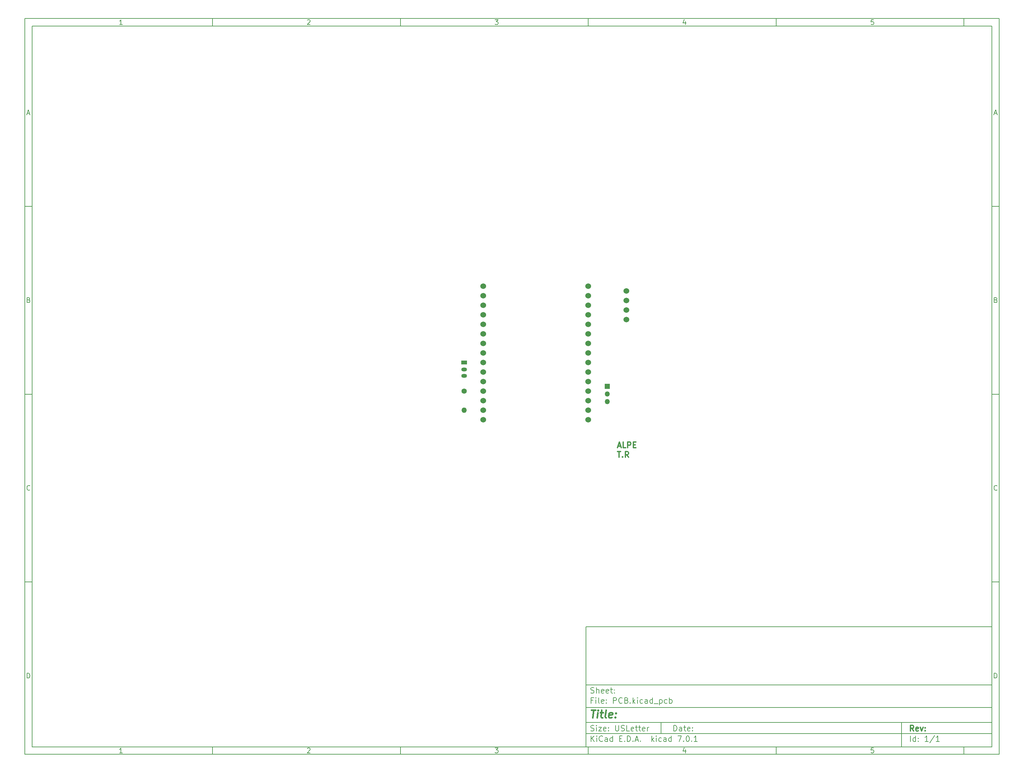
<source format=gbr>
%TF.GenerationSoftware,KiCad,Pcbnew,7.0.1*%
%TF.CreationDate,2023-11-13T23:43:34-05:00*%
%TF.ProjectId,PCB,5043422e-6b69-4636-9164-5f7063625858,rev?*%
%TF.SameCoordinates,Original*%
%TF.FileFunction,Copper,L1,Top*%
%TF.FilePolarity,Positive*%
%FSLAX46Y46*%
G04 Gerber Fmt 4.6, Leading zero omitted, Abs format (unit mm)*
G04 Created by KiCad (PCBNEW 7.0.1) date 2023-11-13 23:43:34*
%MOMM*%
%LPD*%
G01*
G04 APERTURE LIST*
%ADD10C,0.100000*%
%ADD11C,0.150000*%
%ADD12C,0.300000*%
%ADD13C,0.400000*%
%TA.AperFunction,NonConductor*%
%ADD14C,0.300000*%
%TD*%
%TA.AperFunction,ComponentPad*%
%ADD15R,1.350000X1.350000*%
%TD*%
%TA.AperFunction,ComponentPad*%
%ADD16O,1.350000X1.350000*%
%TD*%
%TA.AperFunction,ComponentPad*%
%ADD17C,1.530000*%
%TD*%
%TA.AperFunction,ComponentPad*%
%ADD18C,1.524000*%
%TD*%
%TA.AperFunction,ComponentPad*%
%ADD19C,1.400000*%
%TD*%
%TA.AperFunction,ComponentPad*%
%ADD20O,1.400000X1.400000*%
%TD*%
%TA.AperFunction,ComponentPad*%
%ADD21R,1.500000X1.050000*%
%TD*%
%TA.AperFunction,ComponentPad*%
%ADD22O,1.500000X1.050000*%
%TD*%
G04 APERTURE END LIST*
D10*
D11*
X159400000Y-171900000D02*
X267400000Y-171900000D01*
X267400000Y-203900000D01*
X159400000Y-203900000D01*
X159400000Y-171900000D01*
D10*
D11*
X10000000Y-10000000D02*
X269400000Y-10000000D01*
X269400000Y-205900000D01*
X10000000Y-205900000D01*
X10000000Y-10000000D01*
D10*
D11*
X12000000Y-12000000D02*
X267400000Y-12000000D01*
X267400000Y-203900000D01*
X12000000Y-203900000D01*
X12000000Y-12000000D01*
D10*
D11*
X60000000Y-12000000D02*
X60000000Y-10000000D01*
D10*
D11*
X110000000Y-12000000D02*
X110000000Y-10000000D01*
D10*
D11*
X160000000Y-12000000D02*
X160000000Y-10000000D01*
D10*
D11*
X210000000Y-12000000D02*
X210000000Y-10000000D01*
D10*
D11*
X260000000Y-12000000D02*
X260000000Y-10000000D01*
D10*
D11*
X35990476Y-11601404D02*
X35247619Y-11601404D01*
X35619047Y-11601404D02*
X35619047Y-10301404D01*
X35619047Y-10301404D02*
X35495238Y-10487119D01*
X35495238Y-10487119D02*
X35371428Y-10610928D01*
X35371428Y-10610928D02*
X35247619Y-10672833D01*
D10*
D11*
X85247619Y-10425214D02*
X85309523Y-10363309D01*
X85309523Y-10363309D02*
X85433333Y-10301404D01*
X85433333Y-10301404D02*
X85742857Y-10301404D01*
X85742857Y-10301404D02*
X85866666Y-10363309D01*
X85866666Y-10363309D02*
X85928571Y-10425214D01*
X85928571Y-10425214D02*
X85990476Y-10549023D01*
X85990476Y-10549023D02*
X85990476Y-10672833D01*
X85990476Y-10672833D02*
X85928571Y-10858547D01*
X85928571Y-10858547D02*
X85185714Y-11601404D01*
X85185714Y-11601404D02*
X85990476Y-11601404D01*
D10*
D11*
X135185714Y-10301404D02*
X135990476Y-10301404D01*
X135990476Y-10301404D02*
X135557142Y-10796642D01*
X135557142Y-10796642D02*
X135742857Y-10796642D01*
X135742857Y-10796642D02*
X135866666Y-10858547D01*
X135866666Y-10858547D02*
X135928571Y-10920452D01*
X135928571Y-10920452D02*
X135990476Y-11044261D01*
X135990476Y-11044261D02*
X135990476Y-11353785D01*
X135990476Y-11353785D02*
X135928571Y-11477595D01*
X135928571Y-11477595D02*
X135866666Y-11539500D01*
X135866666Y-11539500D02*
X135742857Y-11601404D01*
X135742857Y-11601404D02*
X135371428Y-11601404D01*
X135371428Y-11601404D02*
X135247619Y-11539500D01*
X135247619Y-11539500D02*
X135185714Y-11477595D01*
D10*
D11*
X185866666Y-10734738D02*
X185866666Y-11601404D01*
X185557142Y-10239500D02*
X185247619Y-11168071D01*
X185247619Y-11168071D02*
X186052380Y-11168071D01*
D10*
D11*
X235928571Y-10301404D02*
X235309523Y-10301404D01*
X235309523Y-10301404D02*
X235247619Y-10920452D01*
X235247619Y-10920452D02*
X235309523Y-10858547D01*
X235309523Y-10858547D02*
X235433333Y-10796642D01*
X235433333Y-10796642D02*
X235742857Y-10796642D01*
X235742857Y-10796642D02*
X235866666Y-10858547D01*
X235866666Y-10858547D02*
X235928571Y-10920452D01*
X235928571Y-10920452D02*
X235990476Y-11044261D01*
X235990476Y-11044261D02*
X235990476Y-11353785D01*
X235990476Y-11353785D02*
X235928571Y-11477595D01*
X235928571Y-11477595D02*
X235866666Y-11539500D01*
X235866666Y-11539500D02*
X235742857Y-11601404D01*
X235742857Y-11601404D02*
X235433333Y-11601404D01*
X235433333Y-11601404D02*
X235309523Y-11539500D01*
X235309523Y-11539500D02*
X235247619Y-11477595D01*
D10*
D11*
X60000000Y-203900000D02*
X60000000Y-205900000D01*
D10*
D11*
X110000000Y-203900000D02*
X110000000Y-205900000D01*
D10*
D11*
X160000000Y-203900000D02*
X160000000Y-205900000D01*
D10*
D11*
X210000000Y-203900000D02*
X210000000Y-205900000D01*
D10*
D11*
X260000000Y-203900000D02*
X260000000Y-205900000D01*
D10*
D11*
X35990476Y-205501404D02*
X35247619Y-205501404D01*
X35619047Y-205501404D02*
X35619047Y-204201404D01*
X35619047Y-204201404D02*
X35495238Y-204387119D01*
X35495238Y-204387119D02*
X35371428Y-204510928D01*
X35371428Y-204510928D02*
X35247619Y-204572833D01*
D10*
D11*
X85247619Y-204325214D02*
X85309523Y-204263309D01*
X85309523Y-204263309D02*
X85433333Y-204201404D01*
X85433333Y-204201404D02*
X85742857Y-204201404D01*
X85742857Y-204201404D02*
X85866666Y-204263309D01*
X85866666Y-204263309D02*
X85928571Y-204325214D01*
X85928571Y-204325214D02*
X85990476Y-204449023D01*
X85990476Y-204449023D02*
X85990476Y-204572833D01*
X85990476Y-204572833D02*
X85928571Y-204758547D01*
X85928571Y-204758547D02*
X85185714Y-205501404D01*
X85185714Y-205501404D02*
X85990476Y-205501404D01*
D10*
D11*
X135185714Y-204201404D02*
X135990476Y-204201404D01*
X135990476Y-204201404D02*
X135557142Y-204696642D01*
X135557142Y-204696642D02*
X135742857Y-204696642D01*
X135742857Y-204696642D02*
X135866666Y-204758547D01*
X135866666Y-204758547D02*
X135928571Y-204820452D01*
X135928571Y-204820452D02*
X135990476Y-204944261D01*
X135990476Y-204944261D02*
X135990476Y-205253785D01*
X135990476Y-205253785D02*
X135928571Y-205377595D01*
X135928571Y-205377595D02*
X135866666Y-205439500D01*
X135866666Y-205439500D02*
X135742857Y-205501404D01*
X135742857Y-205501404D02*
X135371428Y-205501404D01*
X135371428Y-205501404D02*
X135247619Y-205439500D01*
X135247619Y-205439500D02*
X135185714Y-205377595D01*
D10*
D11*
X185866666Y-204634738D02*
X185866666Y-205501404D01*
X185557142Y-204139500D02*
X185247619Y-205068071D01*
X185247619Y-205068071D02*
X186052380Y-205068071D01*
D10*
D11*
X235928571Y-204201404D02*
X235309523Y-204201404D01*
X235309523Y-204201404D02*
X235247619Y-204820452D01*
X235247619Y-204820452D02*
X235309523Y-204758547D01*
X235309523Y-204758547D02*
X235433333Y-204696642D01*
X235433333Y-204696642D02*
X235742857Y-204696642D01*
X235742857Y-204696642D02*
X235866666Y-204758547D01*
X235866666Y-204758547D02*
X235928571Y-204820452D01*
X235928571Y-204820452D02*
X235990476Y-204944261D01*
X235990476Y-204944261D02*
X235990476Y-205253785D01*
X235990476Y-205253785D02*
X235928571Y-205377595D01*
X235928571Y-205377595D02*
X235866666Y-205439500D01*
X235866666Y-205439500D02*
X235742857Y-205501404D01*
X235742857Y-205501404D02*
X235433333Y-205501404D01*
X235433333Y-205501404D02*
X235309523Y-205439500D01*
X235309523Y-205439500D02*
X235247619Y-205377595D01*
D10*
D11*
X10000000Y-60000000D02*
X12000000Y-60000000D01*
D10*
D11*
X10000000Y-110000000D02*
X12000000Y-110000000D01*
D10*
D11*
X10000000Y-160000000D02*
X12000000Y-160000000D01*
D10*
D11*
X10690476Y-35229976D02*
X11309523Y-35229976D01*
X10566666Y-35601404D02*
X10999999Y-34301404D01*
X10999999Y-34301404D02*
X11433333Y-35601404D01*
D10*
D11*
X11092857Y-84920452D02*
X11278571Y-84982357D01*
X11278571Y-84982357D02*
X11340476Y-85044261D01*
X11340476Y-85044261D02*
X11402380Y-85168071D01*
X11402380Y-85168071D02*
X11402380Y-85353785D01*
X11402380Y-85353785D02*
X11340476Y-85477595D01*
X11340476Y-85477595D02*
X11278571Y-85539500D01*
X11278571Y-85539500D02*
X11154761Y-85601404D01*
X11154761Y-85601404D02*
X10659523Y-85601404D01*
X10659523Y-85601404D02*
X10659523Y-84301404D01*
X10659523Y-84301404D02*
X11092857Y-84301404D01*
X11092857Y-84301404D02*
X11216666Y-84363309D01*
X11216666Y-84363309D02*
X11278571Y-84425214D01*
X11278571Y-84425214D02*
X11340476Y-84549023D01*
X11340476Y-84549023D02*
X11340476Y-84672833D01*
X11340476Y-84672833D02*
X11278571Y-84796642D01*
X11278571Y-84796642D02*
X11216666Y-84858547D01*
X11216666Y-84858547D02*
X11092857Y-84920452D01*
X11092857Y-84920452D02*
X10659523Y-84920452D01*
D10*
D11*
X11402380Y-135477595D02*
X11340476Y-135539500D01*
X11340476Y-135539500D02*
X11154761Y-135601404D01*
X11154761Y-135601404D02*
X11030952Y-135601404D01*
X11030952Y-135601404D02*
X10845238Y-135539500D01*
X10845238Y-135539500D02*
X10721428Y-135415690D01*
X10721428Y-135415690D02*
X10659523Y-135291880D01*
X10659523Y-135291880D02*
X10597619Y-135044261D01*
X10597619Y-135044261D02*
X10597619Y-134858547D01*
X10597619Y-134858547D02*
X10659523Y-134610928D01*
X10659523Y-134610928D02*
X10721428Y-134487119D01*
X10721428Y-134487119D02*
X10845238Y-134363309D01*
X10845238Y-134363309D02*
X11030952Y-134301404D01*
X11030952Y-134301404D02*
X11154761Y-134301404D01*
X11154761Y-134301404D02*
X11340476Y-134363309D01*
X11340476Y-134363309D02*
X11402380Y-134425214D01*
D10*
D11*
X10659523Y-185601404D02*
X10659523Y-184301404D01*
X10659523Y-184301404D02*
X10969047Y-184301404D01*
X10969047Y-184301404D02*
X11154761Y-184363309D01*
X11154761Y-184363309D02*
X11278571Y-184487119D01*
X11278571Y-184487119D02*
X11340476Y-184610928D01*
X11340476Y-184610928D02*
X11402380Y-184858547D01*
X11402380Y-184858547D02*
X11402380Y-185044261D01*
X11402380Y-185044261D02*
X11340476Y-185291880D01*
X11340476Y-185291880D02*
X11278571Y-185415690D01*
X11278571Y-185415690D02*
X11154761Y-185539500D01*
X11154761Y-185539500D02*
X10969047Y-185601404D01*
X10969047Y-185601404D02*
X10659523Y-185601404D01*
D10*
D11*
X269400000Y-60000000D02*
X267400000Y-60000000D01*
D10*
D11*
X269400000Y-110000000D02*
X267400000Y-110000000D01*
D10*
D11*
X269400000Y-160000000D02*
X267400000Y-160000000D01*
D10*
D11*
X268090476Y-35229976D02*
X268709523Y-35229976D01*
X267966666Y-35601404D02*
X268399999Y-34301404D01*
X268399999Y-34301404D02*
X268833333Y-35601404D01*
D10*
D11*
X268492857Y-84920452D02*
X268678571Y-84982357D01*
X268678571Y-84982357D02*
X268740476Y-85044261D01*
X268740476Y-85044261D02*
X268802380Y-85168071D01*
X268802380Y-85168071D02*
X268802380Y-85353785D01*
X268802380Y-85353785D02*
X268740476Y-85477595D01*
X268740476Y-85477595D02*
X268678571Y-85539500D01*
X268678571Y-85539500D02*
X268554761Y-85601404D01*
X268554761Y-85601404D02*
X268059523Y-85601404D01*
X268059523Y-85601404D02*
X268059523Y-84301404D01*
X268059523Y-84301404D02*
X268492857Y-84301404D01*
X268492857Y-84301404D02*
X268616666Y-84363309D01*
X268616666Y-84363309D02*
X268678571Y-84425214D01*
X268678571Y-84425214D02*
X268740476Y-84549023D01*
X268740476Y-84549023D02*
X268740476Y-84672833D01*
X268740476Y-84672833D02*
X268678571Y-84796642D01*
X268678571Y-84796642D02*
X268616666Y-84858547D01*
X268616666Y-84858547D02*
X268492857Y-84920452D01*
X268492857Y-84920452D02*
X268059523Y-84920452D01*
D10*
D11*
X268802380Y-135477595D02*
X268740476Y-135539500D01*
X268740476Y-135539500D02*
X268554761Y-135601404D01*
X268554761Y-135601404D02*
X268430952Y-135601404D01*
X268430952Y-135601404D02*
X268245238Y-135539500D01*
X268245238Y-135539500D02*
X268121428Y-135415690D01*
X268121428Y-135415690D02*
X268059523Y-135291880D01*
X268059523Y-135291880D02*
X267997619Y-135044261D01*
X267997619Y-135044261D02*
X267997619Y-134858547D01*
X267997619Y-134858547D02*
X268059523Y-134610928D01*
X268059523Y-134610928D02*
X268121428Y-134487119D01*
X268121428Y-134487119D02*
X268245238Y-134363309D01*
X268245238Y-134363309D02*
X268430952Y-134301404D01*
X268430952Y-134301404D02*
X268554761Y-134301404D01*
X268554761Y-134301404D02*
X268740476Y-134363309D01*
X268740476Y-134363309D02*
X268802380Y-134425214D01*
D10*
D11*
X268059523Y-185601404D02*
X268059523Y-184301404D01*
X268059523Y-184301404D02*
X268369047Y-184301404D01*
X268369047Y-184301404D02*
X268554761Y-184363309D01*
X268554761Y-184363309D02*
X268678571Y-184487119D01*
X268678571Y-184487119D02*
X268740476Y-184610928D01*
X268740476Y-184610928D02*
X268802380Y-184858547D01*
X268802380Y-184858547D02*
X268802380Y-185044261D01*
X268802380Y-185044261D02*
X268740476Y-185291880D01*
X268740476Y-185291880D02*
X268678571Y-185415690D01*
X268678571Y-185415690D02*
X268554761Y-185539500D01*
X268554761Y-185539500D02*
X268369047Y-185601404D01*
X268369047Y-185601404D02*
X268059523Y-185601404D01*
D10*
D11*
X182757142Y-199693928D02*
X182757142Y-198193928D01*
X182757142Y-198193928D02*
X183114285Y-198193928D01*
X183114285Y-198193928D02*
X183328571Y-198265357D01*
X183328571Y-198265357D02*
X183471428Y-198408214D01*
X183471428Y-198408214D02*
X183542857Y-198551071D01*
X183542857Y-198551071D02*
X183614285Y-198836785D01*
X183614285Y-198836785D02*
X183614285Y-199051071D01*
X183614285Y-199051071D02*
X183542857Y-199336785D01*
X183542857Y-199336785D02*
X183471428Y-199479642D01*
X183471428Y-199479642D02*
X183328571Y-199622500D01*
X183328571Y-199622500D02*
X183114285Y-199693928D01*
X183114285Y-199693928D02*
X182757142Y-199693928D01*
X184900000Y-199693928D02*
X184900000Y-198908214D01*
X184900000Y-198908214D02*
X184828571Y-198765357D01*
X184828571Y-198765357D02*
X184685714Y-198693928D01*
X184685714Y-198693928D02*
X184400000Y-198693928D01*
X184400000Y-198693928D02*
X184257142Y-198765357D01*
X184900000Y-199622500D02*
X184757142Y-199693928D01*
X184757142Y-199693928D02*
X184400000Y-199693928D01*
X184400000Y-199693928D02*
X184257142Y-199622500D01*
X184257142Y-199622500D02*
X184185714Y-199479642D01*
X184185714Y-199479642D02*
X184185714Y-199336785D01*
X184185714Y-199336785D02*
X184257142Y-199193928D01*
X184257142Y-199193928D02*
X184400000Y-199122500D01*
X184400000Y-199122500D02*
X184757142Y-199122500D01*
X184757142Y-199122500D02*
X184900000Y-199051071D01*
X185400000Y-198693928D02*
X185971428Y-198693928D01*
X185614285Y-198193928D02*
X185614285Y-199479642D01*
X185614285Y-199479642D02*
X185685714Y-199622500D01*
X185685714Y-199622500D02*
X185828571Y-199693928D01*
X185828571Y-199693928D02*
X185971428Y-199693928D01*
X187042857Y-199622500D02*
X186900000Y-199693928D01*
X186900000Y-199693928D02*
X186614286Y-199693928D01*
X186614286Y-199693928D02*
X186471428Y-199622500D01*
X186471428Y-199622500D02*
X186400000Y-199479642D01*
X186400000Y-199479642D02*
X186400000Y-198908214D01*
X186400000Y-198908214D02*
X186471428Y-198765357D01*
X186471428Y-198765357D02*
X186614286Y-198693928D01*
X186614286Y-198693928D02*
X186900000Y-198693928D01*
X186900000Y-198693928D02*
X187042857Y-198765357D01*
X187042857Y-198765357D02*
X187114286Y-198908214D01*
X187114286Y-198908214D02*
X187114286Y-199051071D01*
X187114286Y-199051071D02*
X186400000Y-199193928D01*
X187757142Y-199551071D02*
X187828571Y-199622500D01*
X187828571Y-199622500D02*
X187757142Y-199693928D01*
X187757142Y-199693928D02*
X187685714Y-199622500D01*
X187685714Y-199622500D02*
X187757142Y-199551071D01*
X187757142Y-199551071D02*
X187757142Y-199693928D01*
X187757142Y-198765357D02*
X187828571Y-198836785D01*
X187828571Y-198836785D02*
X187757142Y-198908214D01*
X187757142Y-198908214D02*
X187685714Y-198836785D01*
X187685714Y-198836785D02*
X187757142Y-198765357D01*
X187757142Y-198765357D02*
X187757142Y-198908214D01*
D10*
D11*
X159400000Y-200400000D02*
X267400000Y-200400000D01*
D10*
D11*
X160757142Y-202493928D02*
X160757142Y-200993928D01*
X161614285Y-202493928D02*
X160971428Y-201636785D01*
X161614285Y-200993928D02*
X160757142Y-201851071D01*
X162257142Y-202493928D02*
X162257142Y-201493928D01*
X162257142Y-200993928D02*
X162185714Y-201065357D01*
X162185714Y-201065357D02*
X162257142Y-201136785D01*
X162257142Y-201136785D02*
X162328571Y-201065357D01*
X162328571Y-201065357D02*
X162257142Y-200993928D01*
X162257142Y-200993928D02*
X162257142Y-201136785D01*
X163828571Y-202351071D02*
X163757143Y-202422500D01*
X163757143Y-202422500D02*
X163542857Y-202493928D01*
X163542857Y-202493928D02*
X163400000Y-202493928D01*
X163400000Y-202493928D02*
X163185714Y-202422500D01*
X163185714Y-202422500D02*
X163042857Y-202279642D01*
X163042857Y-202279642D02*
X162971428Y-202136785D01*
X162971428Y-202136785D02*
X162900000Y-201851071D01*
X162900000Y-201851071D02*
X162900000Y-201636785D01*
X162900000Y-201636785D02*
X162971428Y-201351071D01*
X162971428Y-201351071D02*
X163042857Y-201208214D01*
X163042857Y-201208214D02*
X163185714Y-201065357D01*
X163185714Y-201065357D02*
X163400000Y-200993928D01*
X163400000Y-200993928D02*
X163542857Y-200993928D01*
X163542857Y-200993928D02*
X163757143Y-201065357D01*
X163757143Y-201065357D02*
X163828571Y-201136785D01*
X165114286Y-202493928D02*
X165114286Y-201708214D01*
X165114286Y-201708214D02*
X165042857Y-201565357D01*
X165042857Y-201565357D02*
X164900000Y-201493928D01*
X164900000Y-201493928D02*
X164614286Y-201493928D01*
X164614286Y-201493928D02*
X164471428Y-201565357D01*
X165114286Y-202422500D02*
X164971428Y-202493928D01*
X164971428Y-202493928D02*
X164614286Y-202493928D01*
X164614286Y-202493928D02*
X164471428Y-202422500D01*
X164471428Y-202422500D02*
X164400000Y-202279642D01*
X164400000Y-202279642D02*
X164400000Y-202136785D01*
X164400000Y-202136785D02*
X164471428Y-201993928D01*
X164471428Y-201993928D02*
X164614286Y-201922500D01*
X164614286Y-201922500D02*
X164971428Y-201922500D01*
X164971428Y-201922500D02*
X165114286Y-201851071D01*
X166471429Y-202493928D02*
X166471429Y-200993928D01*
X166471429Y-202422500D02*
X166328571Y-202493928D01*
X166328571Y-202493928D02*
X166042857Y-202493928D01*
X166042857Y-202493928D02*
X165900000Y-202422500D01*
X165900000Y-202422500D02*
X165828571Y-202351071D01*
X165828571Y-202351071D02*
X165757143Y-202208214D01*
X165757143Y-202208214D02*
X165757143Y-201779642D01*
X165757143Y-201779642D02*
X165828571Y-201636785D01*
X165828571Y-201636785D02*
X165900000Y-201565357D01*
X165900000Y-201565357D02*
X166042857Y-201493928D01*
X166042857Y-201493928D02*
X166328571Y-201493928D01*
X166328571Y-201493928D02*
X166471429Y-201565357D01*
X168328571Y-201708214D02*
X168828571Y-201708214D01*
X169042857Y-202493928D02*
X168328571Y-202493928D01*
X168328571Y-202493928D02*
X168328571Y-200993928D01*
X168328571Y-200993928D02*
X169042857Y-200993928D01*
X169685714Y-202351071D02*
X169757143Y-202422500D01*
X169757143Y-202422500D02*
X169685714Y-202493928D01*
X169685714Y-202493928D02*
X169614286Y-202422500D01*
X169614286Y-202422500D02*
X169685714Y-202351071D01*
X169685714Y-202351071D02*
X169685714Y-202493928D01*
X170400000Y-202493928D02*
X170400000Y-200993928D01*
X170400000Y-200993928D02*
X170757143Y-200993928D01*
X170757143Y-200993928D02*
X170971429Y-201065357D01*
X170971429Y-201065357D02*
X171114286Y-201208214D01*
X171114286Y-201208214D02*
X171185715Y-201351071D01*
X171185715Y-201351071D02*
X171257143Y-201636785D01*
X171257143Y-201636785D02*
X171257143Y-201851071D01*
X171257143Y-201851071D02*
X171185715Y-202136785D01*
X171185715Y-202136785D02*
X171114286Y-202279642D01*
X171114286Y-202279642D02*
X170971429Y-202422500D01*
X170971429Y-202422500D02*
X170757143Y-202493928D01*
X170757143Y-202493928D02*
X170400000Y-202493928D01*
X171900000Y-202351071D02*
X171971429Y-202422500D01*
X171971429Y-202422500D02*
X171900000Y-202493928D01*
X171900000Y-202493928D02*
X171828572Y-202422500D01*
X171828572Y-202422500D02*
X171900000Y-202351071D01*
X171900000Y-202351071D02*
X171900000Y-202493928D01*
X172542858Y-202065357D02*
X173257144Y-202065357D01*
X172400001Y-202493928D02*
X172900001Y-200993928D01*
X172900001Y-200993928D02*
X173400001Y-202493928D01*
X173900000Y-202351071D02*
X173971429Y-202422500D01*
X173971429Y-202422500D02*
X173900000Y-202493928D01*
X173900000Y-202493928D02*
X173828572Y-202422500D01*
X173828572Y-202422500D02*
X173900000Y-202351071D01*
X173900000Y-202351071D02*
X173900000Y-202493928D01*
X176900000Y-202493928D02*
X176900000Y-200993928D01*
X177042858Y-201922500D02*
X177471429Y-202493928D01*
X177471429Y-201493928D02*
X176900000Y-202065357D01*
X178114286Y-202493928D02*
X178114286Y-201493928D01*
X178114286Y-200993928D02*
X178042858Y-201065357D01*
X178042858Y-201065357D02*
X178114286Y-201136785D01*
X178114286Y-201136785D02*
X178185715Y-201065357D01*
X178185715Y-201065357D02*
X178114286Y-200993928D01*
X178114286Y-200993928D02*
X178114286Y-201136785D01*
X179471430Y-202422500D02*
X179328572Y-202493928D01*
X179328572Y-202493928D02*
X179042858Y-202493928D01*
X179042858Y-202493928D02*
X178900001Y-202422500D01*
X178900001Y-202422500D02*
X178828572Y-202351071D01*
X178828572Y-202351071D02*
X178757144Y-202208214D01*
X178757144Y-202208214D02*
X178757144Y-201779642D01*
X178757144Y-201779642D02*
X178828572Y-201636785D01*
X178828572Y-201636785D02*
X178900001Y-201565357D01*
X178900001Y-201565357D02*
X179042858Y-201493928D01*
X179042858Y-201493928D02*
X179328572Y-201493928D01*
X179328572Y-201493928D02*
X179471430Y-201565357D01*
X180757144Y-202493928D02*
X180757144Y-201708214D01*
X180757144Y-201708214D02*
X180685715Y-201565357D01*
X180685715Y-201565357D02*
X180542858Y-201493928D01*
X180542858Y-201493928D02*
X180257144Y-201493928D01*
X180257144Y-201493928D02*
X180114286Y-201565357D01*
X180757144Y-202422500D02*
X180614286Y-202493928D01*
X180614286Y-202493928D02*
X180257144Y-202493928D01*
X180257144Y-202493928D02*
X180114286Y-202422500D01*
X180114286Y-202422500D02*
X180042858Y-202279642D01*
X180042858Y-202279642D02*
X180042858Y-202136785D01*
X180042858Y-202136785D02*
X180114286Y-201993928D01*
X180114286Y-201993928D02*
X180257144Y-201922500D01*
X180257144Y-201922500D02*
X180614286Y-201922500D01*
X180614286Y-201922500D02*
X180757144Y-201851071D01*
X182114287Y-202493928D02*
X182114287Y-200993928D01*
X182114287Y-202422500D02*
X181971429Y-202493928D01*
X181971429Y-202493928D02*
X181685715Y-202493928D01*
X181685715Y-202493928D02*
X181542858Y-202422500D01*
X181542858Y-202422500D02*
X181471429Y-202351071D01*
X181471429Y-202351071D02*
X181400001Y-202208214D01*
X181400001Y-202208214D02*
X181400001Y-201779642D01*
X181400001Y-201779642D02*
X181471429Y-201636785D01*
X181471429Y-201636785D02*
X181542858Y-201565357D01*
X181542858Y-201565357D02*
X181685715Y-201493928D01*
X181685715Y-201493928D02*
X181971429Y-201493928D01*
X181971429Y-201493928D02*
X182114287Y-201565357D01*
X183828572Y-200993928D02*
X184828572Y-200993928D01*
X184828572Y-200993928D02*
X184185715Y-202493928D01*
X185400000Y-202351071D02*
X185471429Y-202422500D01*
X185471429Y-202422500D02*
X185400000Y-202493928D01*
X185400000Y-202493928D02*
X185328572Y-202422500D01*
X185328572Y-202422500D02*
X185400000Y-202351071D01*
X185400000Y-202351071D02*
X185400000Y-202493928D01*
X186400001Y-200993928D02*
X186542858Y-200993928D01*
X186542858Y-200993928D02*
X186685715Y-201065357D01*
X186685715Y-201065357D02*
X186757144Y-201136785D01*
X186757144Y-201136785D02*
X186828572Y-201279642D01*
X186828572Y-201279642D02*
X186900001Y-201565357D01*
X186900001Y-201565357D02*
X186900001Y-201922500D01*
X186900001Y-201922500D02*
X186828572Y-202208214D01*
X186828572Y-202208214D02*
X186757144Y-202351071D01*
X186757144Y-202351071D02*
X186685715Y-202422500D01*
X186685715Y-202422500D02*
X186542858Y-202493928D01*
X186542858Y-202493928D02*
X186400001Y-202493928D01*
X186400001Y-202493928D02*
X186257144Y-202422500D01*
X186257144Y-202422500D02*
X186185715Y-202351071D01*
X186185715Y-202351071D02*
X186114286Y-202208214D01*
X186114286Y-202208214D02*
X186042858Y-201922500D01*
X186042858Y-201922500D02*
X186042858Y-201565357D01*
X186042858Y-201565357D02*
X186114286Y-201279642D01*
X186114286Y-201279642D02*
X186185715Y-201136785D01*
X186185715Y-201136785D02*
X186257144Y-201065357D01*
X186257144Y-201065357D02*
X186400001Y-200993928D01*
X187542857Y-202351071D02*
X187614286Y-202422500D01*
X187614286Y-202422500D02*
X187542857Y-202493928D01*
X187542857Y-202493928D02*
X187471429Y-202422500D01*
X187471429Y-202422500D02*
X187542857Y-202351071D01*
X187542857Y-202351071D02*
X187542857Y-202493928D01*
X189042858Y-202493928D02*
X188185715Y-202493928D01*
X188614286Y-202493928D02*
X188614286Y-200993928D01*
X188614286Y-200993928D02*
X188471429Y-201208214D01*
X188471429Y-201208214D02*
X188328572Y-201351071D01*
X188328572Y-201351071D02*
X188185715Y-201422500D01*
D10*
D11*
X159400000Y-197400000D02*
X267400000Y-197400000D01*
D10*
D12*
X246614285Y-199693928D02*
X246114285Y-198979642D01*
X245757142Y-199693928D02*
X245757142Y-198193928D01*
X245757142Y-198193928D02*
X246328571Y-198193928D01*
X246328571Y-198193928D02*
X246471428Y-198265357D01*
X246471428Y-198265357D02*
X246542857Y-198336785D01*
X246542857Y-198336785D02*
X246614285Y-198479642D01*
X246614285Y-198479642D02*
X246614285Y-198693928D01*
X246614285Y-198693928D02*
X246542857Y-198836785D01*
X246542857Y-198836785D02*
X246471428Y-198908214D01*
X246471428Y-198908214D02*
X246328571Y-198979642D01*
X246328571Y-198979642D02*
X245757142Y-198979642D01*
X247828571Y-199622500D02*
X247685714Y-199693928D01*
X247685714Y-199693928D02*
X247400000Y-199693928D01*
X247400000Y-199693928D02*
X247257142Y-199622500D01*
X247257142Y-199622500D02*
X247185714Y-199479642D01*
X247185714Y-199479642D02*
X247185714Y-198908214D01*
X247185714Y-198908214D02*
X247257142Y-198765357D01*
X247257142Y-198765357D02*
X247400000Y-198693928D01*
X247400000Y-198693928D02*
X247685714Y-198693928D01*
X247685714Y-198693928D02*
X247828571Y-198765357D01*
X247828571Y-198765357D02*
X247900000Y-198908214D01*
X247900000Y-198908214D02*
X247900000Y-199051071D01*
X247900000Y-199051071D02*
X247185714Y-199193928D01*
X248399999Y-198693928D02*
X248757142Y-199693928D01*
X248757142Y-199693928D02*
X249114285Y-198693928D01*
X249685713Y-199551071D02*
X249757142Y-199622500D01*
X249757142Y-199622500D02*
X249685713Y-199693928D01*
X249685713Y-199693928D02*
X249614285Y-199622500D01*
X249614285Y-199622500D02*
X249685713Y-199551071D01*
X249685713Y-199551071D02*
X249685713Y-199693928D01*
X249685713Y-198765357D02*
X249757142Y-198836785D01*
X249757142Y-198836785D02*
X249685713Y-198908214D01*
X249685713Y-198908214D02*
X249614285Y-198836785D01*
X249614285Y-198836785D02*
X249685713Y-198765357D01*
X249685713Y-198765357D02*
X249685713Y-198908214D01*
D10*
D11*
X160685714Y-199622500D02*
X160900000Y-199693928D01*
X160900000Y-199693928D02*
X161257142Y-199693928D01*
X161257142Y-199693928D02*
X161400000Y-199622500D01*
X161400000Y-199622500D02*
X161471428Y-199551071D01*
X161471428Y-199551071D02*
X161542857Y-199408214D01*
X161542857Y-199408214D02*
X161542857Y-199265357D01*
X161542857Y-199265357D02*
X161471428Y-199122500D01*
X161471428Y-199122500D02*
X161400000Y-199051071D01*
X161400000Y-199051071D02*
X161257142Y-198979642D01*
X161257142Y-198979642D02*
X160971428Y-198908214D01*
X160971428Y-198908214D02*
X160828571Y-198836785D01*
X160828571Y-198836785D02*
X160757142Y-198765357D01*
X160757142Y-198765357D02*
X160685714Y-198622500D01*
X160685714Y-198622500D02*
X160685714Y-198479642D01*
X160685714Y-198479642D02*
X160757142Y-198336785D01*
X160757142Y-198336785D02*
X160828571Y-198265357D01*
X160828571Y-198265357D02*
X160971428Y-198193928D01*
X160971428Y-198193928D02*
X161328571Y-198193928D01*
X161328571Y-198193928D02*
X161542857Y-198265357D01*
X162185713Y-199693928D02*
X162185713Y-198693928D01*
X162185713Y-198193928D02*
X162114285Y-198265357D01*
X162114285Y-198265357D02*
X162185713Y-198336785D01*
X162185713Y-198336785D02*
X162257142Y-198265357D01*
X162257142Y-198265357D02*
X162185713Y-198193928D01*
X162185713Y-198193928D02*
X162185713Y-198336785D01*
X162757142Y-198693928D02*
X163542857Y-198693928D01*
X163542857Y-198693928D02*
X162757142Y-199693928D01*
X162757142Y-199693928D02*
X163542857Y-199693928D01*
X164685714Y-199622500D02*
X164542857Y-199693928D01*
X164542857Y-199693928D02*
X164257143Y-199693928D01*
X164257143Y-199693928D02*
X164114285Y-199622500D01*
X164114285Y-199622500D02*
X164042857Y-199479642D01*
X164042857Y-199479642D02*
X164042857Y-198908214D01*
X164042857Y-198908214D02*
X164114285Y-198765357D01*
X164114285Y-198765357D02*
X164257143Y-198693928D01*
X164257143Y-198693928D02*
X164542857Y-198693928D01*
X164542857Y-198693928D02*
X164685714Y-198765357D01*
X164685714Y-198765357D02*
X164757143Y-198908214D01*
X164757143Y-198908214D02*
X164757143Y-199051071D01*
X164757143Y-199051071D02*
X164042857Y-199193928D01*
X165399999Y-199551071D02*
X165471428Y-199622500D01*
X165471428Y-199622500D02*
X165399999Y-199693928D01*
X165399999Y-199693928D02*
X165328571Y-199622500D01*
X165328571Y-199622500D02*
X165399999Y-199551071D01*
X165399999Y-199551071D02*
X165399999Y-199693928D01*
X165399999Y-198765357D02*
X165471428Y-198836785D01*
X165471428Y-198836785D02*
X165399999Y-198908214D01*
X165399999Y-198908214D02*
X165328571Y-198836785D01*
X165328571Y-198836785D02*
X165399999Y-198765357D01*
X165399999Y-198765357D02*
X165399999Y-198908214D01*
X167257142Y-198193928D02*
X167257142Y-199408214D01*
X167257142Y-199408214D02*
X167328571Y-199551071D01*
X167328571Y-199551071D02*
X167400000Y-199622500D01*
X167400000Y-199622500D02*
X167542857Y-199693928D01*
X167542857Y-199693928D02*
X167828571Y-199693928D01*
X167828571Y-199693928D02*
X167971428Y-199622500D01*
X167971428Y-199622500D02*
X168042857Y-199551071D01*
X168042857Y-199551071D02*
X168114285Y-199408214D01*
X168114285Y-199408214D02*
X168114285Y-198193928D01*
X168757143Y-199622500D02*
X168971429Y-199693928D01*
X168971429Y-199693928D02*
X169328571Y-199693928D01*
X169328571Y-199693928D02*
X169471429Y-199622500D01*
X169471429Y-199622500D02*
X169542857Y-199551071D01*
X169542857Y-199551071D02*
X169614286Y-199408214D01*
X169614286Y-199408214D02*
X169614286Y-199265357D01*
X169614286Y-199265357D02*
X169542857Y-199122500D01*
X169542857Y-199122500D02*
X169471429Y-199051071D01*
X169471429Y-199051071D02*
X169328571Y-198979642D01*
X169328571Y-198979642D02*
X169042857Y-198908214D01*
X169042857Y-198908214D02*
X168900000Y-198836785D01*
X168900000Y-198836785D02*
X168828571Y-198765357D01*
X168828571Y-198765357D02*
X168757143Y-198622500D01*
X168757143Y-198622500D02*
X168757143Y-198479642D01*
X168757143Y-198479642D02*
X168828571Y-198336785D01*
X168828571Y-198336785D02*
X168900000Y-198265357D01*
X168900000Y-198265357D02*
X169042857Y-198193928D01*
X169042857Y-198193928D02*
X169400000Y-198193928D01*
X169400000Y-198193928D02*
X169614286Y-198265357D01*
X170971428Y-199693928D02*
X170257142Y-199693928D01*
X170257142Y-199693928D02*
X170257142Y-198193928D01*
X172042857Y-199622500D02*
X171900000Y-199693928D01*
X171900000Y-199693928D02*
X171614286Y-199693928D01*
X171614286Y-199693928D02*
X171471428Y-199622500D01*
X171471428Y-199622500D02*
X171400000Y-199479642D01*
X171400000Y-199479642D02*
X171400000Y-198908214D01*
X171400000Y-198908214D02*
X171471428Y-198765357D01*
X171471428Y-198765357D02*
X171614286Y-198693928D01*
X171614286Y-198693928D02*
X171900000Y-198693928D01*
X171900000Y-198693928D02*
X172042857Y-198765357D01*
X172042857Y-198765357D02*
X172114286Y-198908214D01*
X172114286Y-198908214D02*
X172114286Y-199051071D01*
X172114286Y-199051071D02*
X171400000Y-199193928D01*
X172542857Y-198693928D02*
X173114285Y-198693928D01*
X172757142Y-198193928D02*
X172757142Y-199479642D01*
X172757142Y-199479642D02*
X172828571Y-199622500D01*
X172828571Y-199622500D02*
X172971428Y-199693928D01*
X172971428Y-199693928D02*
X173114285Y-199693928D01*
X173400000Y-198693928D02*
X173971428Y-198693928D01*
X173614285Y-198193928D02*
X173614285Y-199479642D01*
X173614285Y-199479642D02*
X173685714Y-199622500D01*
X173685714Y-199622500D02*
X173828571Y-199693928D01*
X173828571Y-199693928D02*
X173971428Y-199693928D01*
X175042857Y-199622500D02*
X174900000Y-199693928D01*
X174900000Y-199693928D02*
X174614286Y-199693928D01*
X174614286Y-199693928D02*
X174471428Y-199622500D01*
X174471428Y-199622500D02*
X174400000Y-199479642D01*
X174400000Y-199479642D02*
X174400000Y-198908214D01*
X174400000Y-198908214D02*
X174471428Y-198765357D01*
X174471428Y-198765357D02*
X174614286Y-198693928D01*
X174614286Y-198693928D02*
X174900000Y-198693928D01*
X174900000Y-198693928D02*
X175042857Y-198765357D01*
X175042857Y-198765357D02*
X175114286Y-198908214D01*
X175114286Y-198908214D02*
X175114286Y-199051071D01*
X175114286Y-199051071D02*
X174400000Y-199193928D01*
X175757142Y-199693928D02*
X175757142Y-198693928D01*
X175757142Y-198979642D02*
X175828571Y-198836785D01*
X175828571Y-198836785D02*
X175900000Y-198765357D01*
X175900000Y-198765357D02*
X176042857Y-198693928D01*
X176042857Y-198693928D02*
X176185714Y-198693928D01*
D10*
D11*
X245757142Y-202493928D02*
X245757142Y-200993928D01*
X247114286Y-202493928D02*
X247114286Y-200993928D01*
X247114286Y-202422500D02*
X246971428Y-202493928D01*
X246971428Y-202493928D02*
X246685714Y-202493928D01*
X246685714Y-202493928D02*
X246542857Y-202422500D01*
X246542857Y-202422500D02*
X246471428Y-202351071D01*
X246471428Y-202351071D02*
X246400000Y-202208214D01*
X246400000Y-202208214D02*
X246400000Y-201779642D01*
X246400000Y-201779642D02*
X246471428Y-201636785D01*
X246471428Y-201636785D02*
X246542857Y-201565357D01*
X246542857Y-201565357D02*
X246685714Y-201493928D01*
X246685714Y-201493928D02*
X246971428Y-201493928D01*
X246971428Y-201493928D02*
X247114286Y-201565357D01*
X247828571Y-202351071D02*
X247900000Y-202422500D01*
X247900000Y-202422500D02*
X247828571Y-202493928D01*
X247828571Y-202493928D02*
X247757143Y-202422500D01*
X247757143Y-202422500D02*
X247828571Y-202351071D01*
X247828571Y-202351071D02*
X247828571Y-202493928D01*
X247828571Y-201565357D02*
X247900000Y-201636785D01*
X247900000Y-201636785D02*
X247828571Y-201708214D01*
X247828571Y-201708214D02*
X247757143Y-201636785D01*
X247757143Y-201636785D02*
X247828571Y-201565357D01*
X247828571Y-201565357D02*
X247828571Y-201708214D01*
X250471429Y-202493928D02*
X249614286Y-202493928D01*
X250042857Y-202493928D02*
X250042857Y-200993928D01*
X250042857Y-200993928D02*
X249900000Y-201208214D01*
X249900000Y-201208214D02*
X249757143Y-201351071D01*
X249757143Y-201351071D02*
X249614286Y-201422500D01*
X252185714Y-200922500D02*
X250900000Y-202851071D01*
X253471429Y-202493928D02*
X252614286Y-202493928D01*
X253042857Y-202493928D02*
X253042857Y-200993928D01*
X253042857Y-200993928D02*
X252900000Y-201208214D01*
X252900000Y-201208214D02*
X252757143Y-201351071D01*
X252757143Y-201351071D02*
X252614286Y-201422500D01*
D10*
D11*
X159400000Y-193400000D02*
X267400000Y-193400000D01*
D10*
D13*
X160828571Y-194125238D02*
X161971428Y-194125238D01*
X161150000Y-196125238D02*
X161400000Y-194125238D01*
X162376190Y-196125238D02*
X162542857Y-194791904D01*
X162626190Y-194125238D02*
X162519047Y-194220476D01*
X162519047Y-194220476D02*
X162602381Y-194315714D01*
X162602381Y-194315714D02*
X162709524Y-194220476D01*
X162709524Y-194220476D02*
X162626190Y-194125238D01*
X162626190Y-194125238D02*
X162602381Y-194315714D01*
X163197619Y-194791904D02*
X163959523Y-194791904D01*
X163566666Y-194125238D02*
X163352381Y-195839523D01*
X163352381Y-195839523D02*
X163423809Y-196030000D01*
X163423809Y-196030000D02*
X163602381Y-196125238D01*
X163602381Y-196125238D02*
X163792857Y-196125238D01*
X164733333Y-196125238D02*
X164554761Y-196030000D01*
X164554761Y-196030000D02*
X164483333Y-195839523D01*
X164483333Y-195839523D02*
X164697618Y-194125238D01*
X166257142Y-196030000D02*
X166054761Y-196125238D01*
X166054761Y-196125238D02*
X165673808Y-196125238D01*
X165673808Y-196125238D02*
X165495237Y-196030000D01*
X165495237Y-196030000D02*
X165423808Y-195839523D01*
X165423808Y-195839523D02*
X165519047Y-195077619D01*
X165519047Y-195077619D02*
X165638094Y-194887142D01*
X165638094Y-194887142D02*
X165840475Y-194791904D01*
X165840475Y-194791904D02*
X166221427Y-194791904D01*
X166221427Y-194791904D02*
X166399999Y-194887142D01*
X166399999Y-194887142D02*
X166471427Y-195077619D01*
X166471427Y-195077619D02*
X166447618Y-195268095D01*
X166447618Y-195268095D02*
X165471427Y-195458571D01*
X167209523Y-195934761D02*
X167292856Y-196030000D01*
X167292856Y-196030000D02*
X167185713Y-196125238D01*
X167185713Y-196125238D02*
X167102380Y-196030000D01*
X167102380Y-196030000D02*
X167209523Y-195934761D01*
X167209523Y-195934761D02*
X167185713Y-196125238D01*
X167340475Y-194887142D02*
X167423808Y-194982380D01*
X167423808Y-194982380D02*
X167316666Y-195077619D01*
X167316666Y-195077619D02*
X167233332Y-194982380D01*
X167233332Y-194982380D02*
X167340475Y-194887142D01*
X167340475Y-194887142D02*
X167316666Y-195077619D01*
D10*
D11*
X161257142Y-191508214D02*
X160757142Y-191508214D01*
X160757142Y-192293928D02*
X160757142Y-190793928D01*
X160757142Y-190793928D02*
X161471428Y-190793928D01*
X162042856Y-192293928D02*
X162042856Y-191293928D01*
X162042856Y-190793928D02*
X161971428Y-190865357D01*
X161971428Y-190865357D02*
X162042856Y-190936785D01*
X162042856Y-190936785D02*
X162114285Y-190865357D01*
X162114285Y-190865357D02*
X162042856Y-190793928D01*
X162042856Y-190793928D02*
X162042856Y-190936785D01*
X162971428Y-192293928D02*
X162828571Y-192222500D01*
X162828571Y-192222500D02*
X162757142Y-192079642D01*
X162757142Y-192079642D02*
X162757142Y-190793928D01*
X164114285Y-192222500D02*
X163971428Y-192293928D01*
X163971428Y-192293928D02*
X163685714Y-192293928D01*
X163685714Y-192293928D02*
X163542856Y-192222500D01*
X163542856Y-192222500D02*
X163471428Y-192079642D01*
X163471428Y-192079642D02*
X163471428Y-191508214D01*
X163471428Y-191508214D02*
X163542856Y-191365357D01*
X163542856Y-191365357D02*
X163685714Y-191293928D01*
X163685714Y-191293928D02*
X163971428Y-191293928D01*
X163971428Y-191293928D02*
X164114285Y-191365357D01*
X164114285Y-191365357D02*
X164185714Y-191508214D01*
X164185714Y-191508214D02*
X164185714Y-191651071D01*
X164185714Y-191651071D02*
X163471428Y-191793928D01*
X164828570Y-192151071D02*
X164899999Y-192222500D01*
X164899999Y-192222500D02*
X164828570Y-192293928D01*
X164828570Y-192293928D02*
X164757142Y-192222500D01*
X164757142Y-192222500D02*
X164828570Y-192151071D01*
X164828570Y-192151071D02*
X164828570Y-192293928D01*
X164828570Y-191365357D02*
X164899999Y-191436785D01*
X164899999Y-191436785D02*
X164828570Y-191508214D01*
X164828570Y-191508214D02*
X164757142Y-191436785D01*
X164757142Y-191436785D02*
X164828570Y-191365357D01*
X164828570Y-191365357D02*
X164828570Y-191508214D01*
X166685713Y-192293928D02*
X166685713Y-190793928D01*
X166685713Y-190793928D02*
X167257142Y-190793928D01*
X167257142Y-190793928D02*
X167399999Y-190865357D01*
X167399999Y-190865357D02*
X167471428Y-190936785D01*
X167471428Y-190936785D02*
X167542856Y-191079642D01*
X167542856Y-191079642D02*
X167542856Y-191293928D01*
X167542856Y-191293928D02*
X167471428Y-191436785D01*
X167471428Y-191436785D02*
X167399999Y-191508214D01*
X167399999Y-191508214D02*
X167257142Y-191579642D01*
X167257142Y-191579642D02*
X166685713Y-191579642D01*
X169042856Y-192151071D02*
X168971428Y-192222500D01*
X168971428Y-192222500D02*
X168757142Y-192293928D01*
X168757142Y-192293928D02*
X168614285Y-192293928D01*
X168614285Y-192293928D02*
X168399999Y-192222500D01*
X168399999Y-192222500D02*
X168257142Y-192079642D01*
X168257142Y-192079642D02*
X168185713Y-191936785D01*
X168185713Y-191936785D02*
X168114285Y-191651071D01*
X168114285Y-191651071D02*
X168114285Y-191436785D01*
X168114285Y-191436785D02*
X168185713Y-191151071D01*
X168185713Y-191151071D02*
X168257142Y-191008214D01*
X168257142Y-191008214D02*
X168399999Y-190865357D01*
X168399999Y-190865357D02*
X168614285Y-190793928D01*
X168614285Y-190793928D02*
X168757142Y-190793928D01*
X168757142Y-190793928D02*
X168971428Y-190865357D01*
X168971428Y-190865357D02*
X169042856Y-190936785D01*
X170185713Y-191508214D02*
X170399999Y-191579642D01*
X170399999Y-191579642D02*
X170471428Y-191651071D01*
X170471428Y-191651071D02*
X170542856Y-191793928D01*
X170542856Y-191793928D02*
X170542856Y-192008214D01*
X170542856Y-192008214D02*
X170471428Y-192151071D01*
X170471428Y-192151071D02*
X170399999Y-192222500D01*
X170399999Y-192222500D02*
X170257142Y-192293928D01*
X170257142Y-192293928D02*
X169685713Y-192293928D01*
X169685713Y-192293928D02*
X169685713Y-190793928D01*
X169685713Y-190793928D02*
X170185713Y-190793928D01*
X170185713Y-190793928D02*
X170328571Y-190865357D01*
X170328571Y-190865357D02*
X170399999Y-190936785D01*
X170399999Y-190936785D02*
X170471428Y-191079642D01*
X170471428Y-191079642D02*
X170471428Y-191222500D01*
X170471428Y-191222500D02*
X170399999Y-191365357D01*
X170399999Y-191365357D02*
X170328571Y-191436785D01*
X170328571Y-191436785D02*
X170185713Y-191508214D01*
X170185713Y-191508214D02*
X169685713Y-191508214D01*
X171185713Y-192151071D02*
X171257142Y-192222500D01*
X171257142Y-192222500D02*
X171185713Y-192293928D01*
X171185713Y-192293928D02*
X171114285Y-192222500D01*
X171114285Y-192222500D02*
X171185713Y-192151071D01*
X171185713Y-192151071D02*
X171185713Y-192293928D01*
X171899999Y-192293928D02*
X171899999Y-190793928D01*
X172042857Y-191722500D02*
X172471428Y-192293928D01*
X172471428Y-191293928D02*
X171899999Y-191865357D01*
X173114285Y-192293928D02*
X173114285Y-191293928D01*
X173114285Y-190793928D02*
X173042857Y-190865357D01*
X173042857Y-190865357D02*
X173114285Y-190936785D01*
X173114285Y-190936785D02*
X173185714Y-190865357D01*
X173185714Y-190865357D02*
X173114285Y-190793928D01*
X173114285Y-190793928D02*
X173114285Y-190936785D01*
X174471429Y-192222500D02*
X174328571Y-192293928D01*
X174328571Y-192293928D02*
X174042857Y-192293928D01*
X174042857Y-192293928D02*
X173900000Y-192222500D01*
X173900000Y-192222500D02*
X173828571Y-192151071D01*
X173828571Y-192151071D02*
X173757143Y-192008214D01*
X173757143Y-192008214D02*
X173757143Y-191579642D01*
X173757143Y-191579642D02*
X173828571Y-191436785D01*
X173828571Y-191436785D02*
X173900000Y-191365357D01*
X173900000Y-191365357D02*
X174042857Y-191293928D01*
X174042857Y-191293928D02*
X174328571Y-191293928D01*
X174328571Y-191293928D02*
X174471429Y-191365357D01*
X175757143Y-192293928D02*
X175757143Y-191508214D01*
X175757143Y-191508214D02*
X175685714Y-191365357D01*
X175685714Y-191365357D02*
X175542857Y-191293928D01*
X175542857Y-191293928D02*
X175257143Y-191293928D01*
X175257143Y-191293928D02*
X175114285Y-191365357D01*
X175757143Y-192222500D02*
X175614285Y-192293928D01*
X175614285Y-192293928D02*
X175257143Y-192293928D01*
X175257143Y-192293928D02*
X175114285Y-192222500D01*
X175114285Y-192222500D02*
X175042857Y-192079642D01*
X175042857Y-192079642D02*
X175042857Y-191936785D01*
X175042857Y-191936785D02*
X175114285Y-191793928D01*
X175114285Y-191793928D02*
X175257143Y-191722500D01*
X175257143Y-191722500D02*
X175614285Y-191722500D01*
X175614285Y-191722500D02*
X175757143Y-191651071D01*
X177114286Y-192293928D02*
X177114286Y-190793928D01*
X177114286Y-192222500D02*
X176971428Y-192293928D01*
X176971428Y-192293928D02*
X176685714Y-192293928D01*
X176685714Y-192293928D02*
X176542857Y-192222500D01*
X176542857Y-192222500D02*
X176471428Y-192151071D01*
X176471428Y-192151071D02*
X176400000Y-192008214D01*
X176400000Y-192008214D02*
X176400000Y-191579642D01*
X176400000Y-191579642D02*
X176471428Y-191436785D01*
X176471428Y-191436785D02*
X176542857Y-191365357D01*
X176542857Y-191365357D02*
X176685714Y-191293928D01*
X176685714Y-191293928D02*
X176971428Y-191293928D01*
X176971428Y-191293928D02*
X177114286Y-191365357D01*
X177471429Y-192436785D02*
X178614286Y-192436785D01*
X178971428Y-191293928D02*
X178971428Y-192793928D01*
X178971428Y-191365357D02*
X179114286Y-191293928D01*
X179114286Y-191293928D02*
X179400000Y-191293928D01*
X179400000Y-191293928D02*
X179542857Y-191365357D01*
X179542857Y-191365357D02*
X179614286Y-191436785D01*
X179614286Y-191436785D02*
X179685714Y-191579642D01*
X179685714Y-191579642D02*
X179685714Y-192008214D01*
X179685714Y-192008214D02*
X179614286Y-192151071D01*
X179614286Y-192151071D02*
X179542857Y-192222500D01*
X179542857Y-192222500D02*
X179400000Y-192293928D01*
X179400000Y-192293928D02*
X179114286Y-192293928D01*
X179114286Y-192293928D02*
X178971428Y-192222500D01*
X180971429Y-192222500D02*
X180828571Y-192293928D01*
X180828571Y-192293928D02*
X180542857Y-192293928D01*
X180542857Y-192293928D02*
X180400000Y-192222500D01*
X180400000Y-192222500D02*
X180328571Y-192151071D01*
X180328571Y-192151071D02*
X180257143Y-192008214D01*
X180257143Y-192008214D02*
X180257143Y-191579642D01*
X180257143Y-191579642D02*
X180328571Y-191436785D01*
X180328571Y-191436785D02*
X180400000Y-191365357D01*
X180400000Y-191365357D02*
X180542857Y-191293928D01*
X180542857Y-191293928D02*
X180828571Y-191293928D01*
X180828571Y-191293928D02*
X180971429Y-191365357D01*
X181614285Y-192293928D02*
X181614285Y-190793928D01*
X181614285Y-191365357D02*
X181757143Y-191293928D01*
X181757143Y-191293928D02*
X182042857Y-191293928D01*
X182042857Y-191293928D02*
X182185714Y-191365357D01*
X182185714Y-191365357D02*
X182257143Y-191436785D01*
X182257143Y-191436785D02*
X182328571Y-191579642D01*
X182328571Y-191579642D02*
X182328571Y-192008214D01*
X182328571Y-192008214D02*
X182257143Y-192151071D01*
X182257143Y-192151071D02*
X182185714Y-192222500D01*
X182185714Y-192222500D02*
X182042857Y-192293928D01*
X182042857Y-192293928D02*
X181757143Y-192293928D01*
X181757143Y-192293928D02*
X181614285Y-192222500D01*
D10*
D11*
X159400000Y-187400000D02*
X267400000Y-187400000D01*
D10*
D11*
X160685714Y-189522500D02*
X160900000Y-189593928D01*
X160900000Y-189593928D02*
X161257142Y-189593928D01*
X161257142Y-189593928D02*
X161400000Y-189522500D01*
X161400000Y-189522500D02*
X161471428Y-189451071D01*
X161471428Y-189451071D02*
X161542857Y-189308214D01*
X161542857Y-189308214D02*
X161542857Y-189165357D01*
X161542857Y-189165357D02*
X161471428Y-189022500D01*
X161471428Y-189022500D02*
X161400000Y-188951071D01*
X161400000Y-188951071D02*
X161257142Y-188879642D01*
X161257142Y-188879642D02*
X160971428Y-188808214D01*
X160971428Y-188808214D02*
X160828571Y-188736785D01*
X160828571Y-188736785D02*
X160757142Y-188665357D01*
X160757142Y-188665357D02*
X160685714Y-188522500D01*
X160685714Y-188522500D02*
X160685714Y-188379642D01*
X160685714Y-188379642D02*
X160757142Y-188236785D01*
X160757142Y-188236785D02*
X160828571Y-188165357D01*
X160828571Y-188165357D02*
X160971428Y-188093928D01*
X160971428Y-188093928D02*
X161328571Y-188093928D01*
X161328571Y-188093928D02*
X161542857Y-188165357D01*
X162185713Y-189593928D02*
X162185713Y-188093928D01*
X162828571Y-189593928D02*
X162828571Y-188808214D01*
X162828571Y-188808214D02*
X162757142Y-188665357D01*
X162757142Y-188665357D02*
X162614285Y-188593928D01*
X162614285Y-188593928D02*
X162399999Y-188593928D01*
X162399999Y-188593928D02*
X162257142Y-188665357D01*
X162257142Y-188665357D02*
X162185713Y-188736785D01*
X164114285Y-189522500D02*
X163971428Y-189593928D01*
X163971428Y-189593928D02*
X163685714Y-189593928D01*
X163685714Y-189593928D02*
X163542856Y-189522500D01*
X163542856Y-189522500D02*
X163471428Y-189379642D01*
X163471428Y-189379642D02*
X163471428Y-188808214D01*
X163471428Y-188808214D02*
X163542856Y-188665357D01*
X163542856Y-188665357D02*
X163685714Y-188593928D01*
X163685714Y-188593928D02*
X163971428Y-188593928D01*
X163971428Y-188593928D02*
X164114285Y-188665357D01*
X164114285Y-188665357D02*
X164185714Y-188808214D01*
X164185714Y-188808214D02*
X164185714Y-188951071D01*
X164185714Y-188951071D02*
X163471428Y-189093928D01*
X165399999Y-189522500D02*
X165257142Y-189593928D01*
X165257142Y-189593928D02*
X164971428Y-189593928D01*
X164971428Y-189593928D02*
X164828570Y-189522500D01*
X164828570Y-189522500D02*
X164757142Y-189379642D01*
X164757142Y-189379642D02*
X164757142Y-188808214D01*
X164757142Y-188808214D02*
X164828570Y-188665357D01*
X164828570Y-188665357D02*
X164971428Y-188593928D01*
X164971428Y-188593928D02*
X165257142Y-188593928D01*
X165257142Y-188593928D02*
X165399999Y-188665357D01*
X165399999Y-188665357D02*
X165471428Y-188808214D01*
X165471428Y-188808214D02*
X165471428Y-188951071D01*
X165471428Y-188951071D02*
X164757142Y-189093928D01*
X165899999Y-188593928D02*
X166471427Y-188593928D01*
X166114284Y-188093928D02*
X166114284Y-189379642D01*
X166114284Y-189379642D02*
X166185713Y-189522500D01*
X166185713Y-189522500D02*
X166328570Y-189593928D01*
X166328570Y-189593928D02*
X166471427Y-189593928D01*
X166971427Y-189451071D02*
X167042856Y-189522500D01*
X167042856Y-189522500D02*
X166971427Y-189593928D01*
X166971427Y-189593928D02*
X166899999Y-189522500D01*
X166899999Y-189522500D02*
X166971427Y-189451071D01*
X166971427Y-189451071D02*
X166971427Y-189593928D01*
X166971427Y-188665357D02*
X167042856Y-188736785D01*
X167042856Y-188736785D02*
X166971427Y-188808214D01*
X166971427Y-188808214D02*
X166899999Y-188736785D01*
X166899999Y-188736785D02*
X166971427Y-188665357D01*
X166971427Y-188665357D02*
X166971427Y-188808214D01*
D10*
D12*
D10*
D11*
D10*
D11*
D10*
D11*
D10*
D11*
D10*
D11*
X179400000Y-197400000D02*
X179400000Y-200400000D01*
D10*
D11*
X243400000Y-197400000D02*
X243400000Y-203900000D01*
D12*
D14*
X167782857Y-125316428D02*
X168640000Y-125316428D01*
X168211428Y-126816428D02*
X168211428Y-125316428D01*
X169139999Y-126673571D02*
X169211428Y-126745000D01*
X169211428Y-126745000D02*
X169139999Y-126816428D01*
X169139999Y-126816428D02*
X169068571Y-126745000D01*
X169068571Y-126745000D02*
X169139999Y-126673571D01*
X169139999Y-126673571D02*
X169139999Y-126816428D01*
X170711428Y-126816428D02*
X170211428Y-126102142D01*
X169854285Y-126816428D02*
X169854285Y-125316428D01*
X169854285Y-125316428D02*
X170425714Y-125316428D01*
X170425714Y-125316428D02*
X170568571Y-125387857D01*
X170568571Y-125387857D02*
X170640000Y-125459285D01*
X170640000Y-125459285D02*
X170711428Y-125602142D01*
X170711428Y-125602142D02*
X170711428Y-125816428D01*
X170711428Y-125816428D02*
X170640000Y-125959285D01*
X170640000Y-125959285D02*
X170568571Y-126030714D01*
X170568571Y-126030714D02*
X170425714Y-126102142D01*
X170425714Y-126102142D02*
X169854285Y-126102142D01*
D12*
D14*
X167925714Y-123847857D02*
X168640000Y-123847857D01*
X167782857Y-124276428D02*
X168282857Y-122776428D01*
X168282857Y-122776428D02*
X168782857Y-124276428D01*
X169997142Y-124276428D02*
X169282856Y-124276428D01*
X169282856Y-124276428D02*
X169282856Y-122776428D01*
X170497142Y-124276428D02*
X170497142Y-122776428D01*
X170497142Y-122776428D02*
X171068571Y-122776428D01*
X171068571Y-122776428D02*
X171211428Y-122847857D01*
X171211428Y-122847857D02*
X171282857Y-122919285D01*
X171282857Y-122919285D02*
X171354285Y-123062142D01*
X171354285Y-123062142D02*
X171354285Y-123276428D01*
X171354285Y-123276428D02*
X171282857Y-123419285D01*
X171282857Y-123419285D02*
X171211428Y-123490714D01*
X171211428Y-123490714D02*
X171068571Y-123562142D01*
X171068571Y-123562142D02*
X170497142Y-123562142D01*
X171997142Y-123490714D02*
X172497142Y-123490714D01*
X172711428Y-124276428D02*
X171997142Y-124276428D01*
X171997142Y-124276428D02*
X171997142Y-122776428D01*
X171997142Y-122776428D02*
X172711428Y-122776428D01*
D15*
%TO.P,M1,1,PWM*%
%TO.N,Net-(M1-PWM)*%
X165100000Y-107950000D03*
D16*
%TO.P,M1,2,+*%
%TO.N,Net-(M1-+)*%
X165100000Y-109950000D03*
%TO.P,M1,3,-*%
%TO.N,Net-(M1--)*%
X165100000Y-111950000D03*
%TD*%
D17*
%TO.P,U2,1,VCC*%
%TO.N,Net-(U2-VCC)*%
X170180000Y-90170000D03*
%TO.P,U2,2,TRIG*%
%TO.N,Net-(U1-D3(GPIO0))*%
X170180000Y-87630000D03*
%TO.P,U2,3,ECHO*%
%TO.N,Net-(U1-D2(GPIO4))*%
X170180000Y-85090000D03*
%TO.P,U2,4,GND*%
%TO.N,Net-(U2-GND)*%
X170180000Y-82550000D03*
%TD*%
D18*
%TO.P,U1,1,A0(ADC0)*%
%TO.N,unconnected-(U1-A0(ADC0)-Pad1)*%
X132080000Y-81280000D03*
%TO.P,U1,2,RSV*%
%TO.N,unconnected-(U1-RSV-Pad2)*%
X132080000Y-83820000D03*
%TO.P,U1,3,RSV*%
%TO.N,unconnected-(U1-RSV-Pad3)*%
X132080000Y-86360000D03*
%TO.P,U1,4,SD3(GPIO10)*%
%TO.N,unconnected-(U1-SD3(GPIO10)-Pad4)*%
X132080000Y-88900000D03*
%TO.P,U1,5,SD2(GPIO9)*%
%TO.N,unconnected-(U1-SD2(GPIO9)-Pad5)*%
X132080000Y-91440000D03*
%TO.P,U1,6,SD1(MOSI)*%
%TO.N,unconnected-(U1-SD1(MOSI)-Pad6)*%
X132080000Y-93980000D03*
%TO.P,U1,7,CMD(CS)*%
%TO.N,unconnected-(U1-CMD(CS)-Pad7)*%
X132080000Y-96520000D03*
%TO.P,U1,8,SDO(MISO)*%
%TO.N,unconnected-(U1-SDO(MISO)-Pad8)*%
X132080000Y-99060000D03*
%TO.P,U1,9,CLK(SCLK)*%
%TO.N,unconnected-(U1-CLK(SCLK)-Pad9)*%
X132080000Y-101600000D03*
%TO.P,U1,10,GND*%
%TO.N,Net-(U3-GND)*%
X132080000Y-104140000D03*
%TO.P,U1,11,3.3V*%
%TO.N,Net-(U3-V_{DD})*%
X132080000Y-106680000D03*
%TO.P,U1,12,EN*%
%TO.N,unconnected-(U1-EN-Pad12)*%
X132080000Y-109220000D03*
%TO.P,U1,13,RST*%
%TO.N,unconnected-(U1-RST-Pad13)*%
X132080000Y-111760000D03*
%TO.P,U1,14,GND*%
%TO.N,unconnected-(U1-GND-Pad14)*%
X132080000Y-114300000D03*
%TO.P,U1,15,VIN*%
%TO.N,unconnected-(U1-VIN-Pad15)*%
X132080000Y-116840000D03*
%TO.P,U1,16,3.3V*%
%TO.N,Net-(M1-+)*%
X160020000Y-116840000D03*
%TO.P,U1,17,GND*%
%TO.N,Net-(M1--)*%
X160020000Y-114300000D03*
%TO.P,U1,18,TX(GPIO1)*%
%TO.N,unconnected-(U1-TX(GPIO1)-Pad18)*%
X160020000Y-111760000D03*
%TO.P,U1,19,RX(DPIO3)*%
%TO.N,unconnected-(U1-RX(DPIO3)-Pad19)*%
X160020000Y-109220000D03*
%TO.P,U1,20,D8(GPIO15)*%
%TO.N,Net-(M1-PWM)*%
X160020000Y-106680000D03*
%TO.P,U1,21,D7(GPIO13)*%
%TO.N,Net-(U1-D7(GPIO13))*%
X160020000Y-104140000D03*
%TO.P,U1,22,D6(GPIO12)*%
%TO.N,unconnected-(U1-D6(GPIO12)-Pad22)*%
X160020000Y-101600000D03*
%TO.P,U1,23,D5(GPIO14)*%
%TO.N,unconnected-(U1-D5(GPIO14)-Pad23)*%
X160020000Y-99060000D03*
%TO.P,U1,24,GND*%
%TO.N,Net-(U2-GND)*%
X160020000Y-96520000D03*
%TO.P,U1,25,3.3V*%
%TO.N,Net-(U2-VCC)*%
X160020000Y-93980000D03*
%TO.P,U1,26,D4(GPIO2)*%
%TO.N,unconnected-(U1-D4(GPIO2)-Pad26)*%
X160020000Y-91440000D03*
%TO.P,U1,27,D3(GPIO0)*%
%TO.N,Net-(U1-D3(GPIO0))*%
X160020000Y-88900000D03*
%TO.P,U1,28,D2(GPIO4)*%
%TO.N,Net-(U1-D2(GPIO4))*%
X160020000Y-86360000D03*
%TO.P,U1,29,D1(GPIO5)*%
%TO.N,unconnected-(U1-D1(GPIO5)-Pad29)*%
X160020000Y-83820000D03*
%TO.P,U1,30,D0(GPIO16)*%
%TO.N,unconnected-(U1-D0(GPIO16)-Pad30)*%
X160020000Y-81280000D03*
%TD*%
D19*
%TO.P,R1,1*%
%TO.N,Net-(U3-V_{DD})*%
X127000000Y-109220000D03*
D20*
%TO.P,R1,2*%
%TO.N,Net-(U1-D7(GPIO13))*%
X127000000Y-114300000D03*
%TD*%
D21*
%TO.P,U3,1,GND*%
%TO.N,Net-(U3-GND)*%
X127000000Y-101600000D03*
D22*
%TO.P,U3,2,DQ*%
%TO.N,Net-(U1-D7(GPIO13))*%
X127000000Y-103440000D03*
%TO.P,U3,3,V_{DD}*%
%TO.N,Net-(U3-V_{DD})*%
X127000000Y-105140000D03*
%TD*%
M02*

</source>
